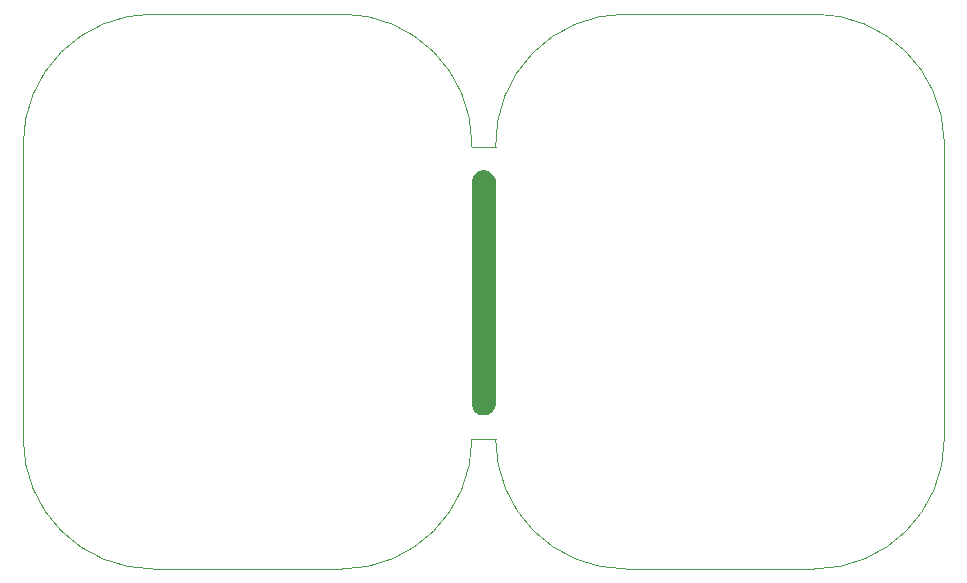
<source format=gbr>
%TF.GenerationSoftware,Altium Limited,Altium Designer,21.6.4 (81)*%
G04 Layer_Color=0*
%FSLAX43Y43*%
%MOMM*%
%TF.SameCoordinates,EF7AACBD-433E-4B6D-8733-A8E214C0EB56*%
%TF.FilePolarity,Positive*%
%TF.FileFunction,Profile,NP*%
%TF.Part,Single*%
G01*
G75*
%TA.AperFunction,Profile*%
%ADD84C,0.025*%
G36*
X50593Y22249D02*
X50593Y41008D01*
X50593Y41139D01*
X50660Y41392D01*
X50791Y41620D01*
X50976Y41806D01*
X51202Y41938D01*
X51455Y42007D01*
X51717Y42009D01*
X51971Y41943D01*
X52199Y41814D01*
X52387Y41630D01*
X52520Y41404D01*
X52591Y41152D01*
X52593Y41021D01*
X52593Y41021D01*
X52593Y41022D01*
X52593Y22248D01*
Y22117D01*
X52524Y21862D01*
X52393Y21634D01*
X52207Y21448D01*
X51979Y21316D01*
X51724Y21248D01*
X51461Y21248D01*
X51207Y21316D01*
X50978Y21448D01*
X50792Y21634D01*
X50661Y21862D01*
X50593Y22117D01*
X50593Y22249D01*
D01*
D02*
G37*
D84*
X12599Y19247D02*
G03*
X23606Y8254I10993J0D01*
G01*
X39593Y8254D01*
D02*
G03*
X50586Y19247I-0J10993D01*
G01*
D02*
G03*
X50586Y19248I-6J1D01*
G01*
D02*
G02*
X50593Y19255I7J0D01*
G01*
X52593D01*
D02*
G02*
X52599Y19248I0J-7D01*
G01*
D02*
G02*
X52599Y19248I-7J0D01*
G01*
D02*
G02*
X52599Y19247I-7J-1D01*
G01*
D02*
G03*
X63606Y8254I10993J-0D01*
G01*
X79593Y8254D01*
D02*
G03*
X90586Y19247I-0J10993D01*
G01*
D02*
G03*
X90586Y19248I-6J1D01*
G01*
X90583Y44008D01*
D02*
G02*
X90583Y44008I9J0D01*
G01*
X90583Y44488D01*
D02*
G03*
X79601Y55240I-10991J-241D01*
G01*
D02*
G02*
X79594Y55236I-6J2D01*
G01*
X63590D01*
D02*
G02*
X63584Y55240I0J7D01*
G01*
D02*
G03*
X52599Y44008I10J-10998D01*
G01*
D02*
G02*
X52593Y44001I-7J-0D01*
G01*
X50590D01*
D02*
G02*
X50583Y44008I0J7D01*
G01*
D02*
G02*
X50583Y44009I7J0D01*
G01*
D02*
G03*
X50586Y44247I-10982J238D01*
G01*
D02*
G03*
X39593Y55240I-10993J0D01*
G01*
X23589Y55240D01*
D02*
G02*
X23597Y55240I5J-3152D01*
G01*
X23588D01*
D02*
G03*
X12599Y44242I4J-10993D01*
G01*
X12599Y19247D01*
%TF.MD5,74aa68d4be817b026e2b14f9ce0df9c9*%
M02*

</source>
